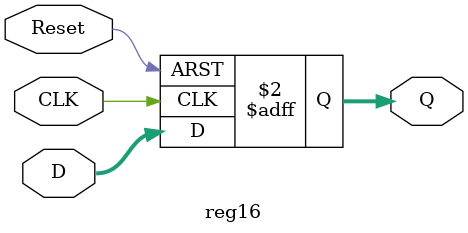
<source format=v>
module reg16(input CLK,input Reset,input [15:0] D,output reg [15:0] Q);
  always @(posedge CLK or posedge Reset)
    if (Reset) Q<=0; else Q<=D;
endmodule

</source>
